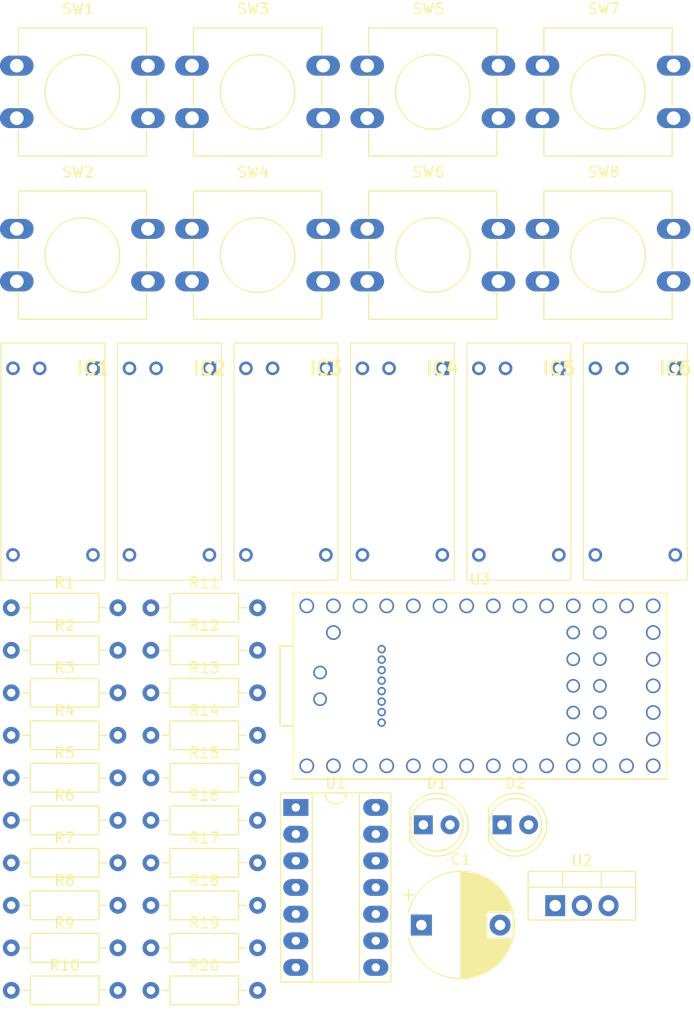
<source format=kicad_pcb>
(kicad_pcb (version 20240108) (generator "pcbnew") (generator_version "8.0")
  (layers (0 "F.Cu" signal) (31 "B.Cu" signal) (34 "B.Paste" user) (35 "F.Paste" user) (36 "B.SilkS" user "B.Silkscreen") (37 "F.SilkS" user "F.Silkscreen") (38 "B.Mask" user) (39 "F.Mask" user) (44 "Edge.Cuts" user))
  (net 0 "")
  (net 1 "LED strip GND")
  (net 2 "LED strip 5V")
  (net 3 "Net-(D1-K)")
  (net 4 "Net-(D2-K)")
  (net 5 "+12V")
  (net 6 "FRONT LEFT +")
  (net 7 "LED front L")
  (net 8 "FRONT LEFT -")
  (net 9 "GND1")
  (net 10 "LED front R")
  (net 11 "FRONT RIGHT -")
  (net 12 "FRONT RIGHT +")
  (net 13 "REAR +")
  (net 14 "REAR -")
  (net 15 "LED rear")
  (net 16 "BREAK +")
  (net 17 "LED break")
  (net 18 "BREAK -")
  (net 19 "BLINK L")
  (net 20 "BLINK L +")
  (net 21 "BLINK L -")
  (net 22 "BLINK R -")
  (net 23 "BLINK R")
  (net 24 "BLINK R +")
  (net 25 "Power meter")
  (net 26 "Net-(U3-20_A6_TX5_LRCLK1)")
  (net 27 "Net-(J3-Pin_3)")
  (net 28 "Net-(J3-Pin_2)")
  (net 29 "Net-(U3-19_A5_SCL0)")
  (net 30 "Net-(U3-18_A4_SDA0)")
  (net 31 "Net-(J3-Pin_1)")
  (net 32 "+3.3V")
  (net 33 "Net-(U3-22_A8_CTX1)")
  (net 34 "Net-(J3-Pin_5)")
  (net 35 "Net-(J3-Pin_6)")
  (net 36 "Net-(U3-23_A9_CRX1_MCLK1)")
  (net 37 "Net-(J4-Pin_3)")
  (net 38 "Net-(R11-Pad2)")
  (net 39 "Net-(R12-Pad2)")
  (net 40 "Net-(R17-Pad1)")
  (net 41 "Net-(R17-Pad2)")
  (net 42 "Net-(J4-Pin_1)")
  (net 43 "Net-(J1.out1-Pin_6)")
  (net 44 "Net-(J1.out1-Pin_5)")
  (net 45 "Net-(J4-Pin_2)")
  (net 48 "LED strip L")
  (net 49 "Net-(U1-1A)")
  (net 50 "Net-(U1-2A)")
  (net 51 "LED strip R")
  (net 62 "Net-(J2-Pin_1)")
  (net 64 "Net-(BT1-+)")
  (net 67 "Net-(J3-Pin_8)")
  (net 90 "Power OFF")
  (net 91 "Net-(J1-Pin_3)")
  (net 92 "Net-(J1-Pin_4)")
  (footprint "Resistor_THT:R_Axial_DIN0207_L6.3mm_D2.5mm_P10.16mm_Horizontal" (layer "F.Cu") (at 70.08 96.77)
    (property "Reference" "R4" (at 5.08 -2.37 0) (layer "F.SilkS"))
    (property "Value" "100k")
    (pad "1" thru_hole circle (at 0 0) (size 1.6 1.6) (drill 0.8) (layers "*.Cu" "*.Mask") (net 29 "Net-(U3-19_A5_SCL0)"))
    (pad "2" thru_hole oval (at 10.16 0) (size 1.6 1.6) (drill 0.8) (layers "*.Cu" "*.Mask") (net 28 "Net-(J3-Pin_2)"))
  )
  (footprint "Resistor_THT:R_Axial_DIN0207_L6.3mm_D2.5mm_P10.16mm_Horizontal" (layer "F.Cu") (at 70.08 112.97)
    (property "Reference" "R8" (at 5.08 -2.37 0) (layer "F.SilkS"))
    (property "Value" "220k")
    (pad "1" thru_hole circle (at 0 0) (size 1.6 1.6) (drill 0.8) (layers "*.Cu" "*.Mask") (net 27 "Net-(J3-Pin_3)"))
    (pad "2" thru_hole oval (at 10.16 0) (size 1.6 1.6) (drill 0.8) (layers "*.Cu" "*.Mask") (net 32 "+3.3V"))
  )
  (footprint "Resistor_THT:R_Axial_DIN0207_L6.3mm_D2.5mm_P10.16mm_Horizontal" (layer "F.Cu") (at 83.39 100.82)
    (property "Reference" "R15" (at 5.08 -2.37 0) (layer "F.SilkS"))
    (property "Value" "47k")
    (pad "1" thru_hole circle (at 0 0) (size 1.6 1.6) (drill 0.8) (layers "*.Cu" "*.Mask") (net 1 "LED strip GND"))
    (pad "2" thru_hole oval (at 10.16 0) (size 1.6 1.6) (drill 0.8) (layers "*.Cu" "*.Mask") (net 15 "LED rear"))
  )
  (footprint "Resistor_THT:R_Axial_DIN0207_L6.3mm_D2.5mm_P10.16mm_Horizontal" (layer "F.Cu") (at 70.08 84.62)
    (property "Reference" "R1" (at 5.08 -2.37 0) (layer "F.SilkS"))
    (property "Value" "4M")
    (pad "1" thru_hole circle (at 0 0) (size 1.6 1.6) (drill 0.8) (layers "*.Cu" "*.Mask") (net 5 "+12V"))
    (pad "2" thru_hole oval (at 10.16 0) (size 1.6 1.6) (drill 0.8) (layers "*.Cu" "*.Mask") (net 25 "Power meter"))
  )
  (footprint "Button_Switch_THT:SW_PUSH-12mm" (layer "F.Cu") (at 87.305 48.52)
    (property "Reference" "SW4" (at 5.83 -5.41 0) (layer "F.SilkS"))
    (property "Value" "Up (lights)")
    (pad "1" thru_hole oval (at 0 0) (size 3.2 1.9) (drill 1.3) (layers "*.Cu" "*.Mask") (net 39 "Net-(R12-Pad2)"))
    (pad "1" thru_hole oval (at 12.5 0) (size 3.2 1.9) (drill 1.3) (layers "*.Cu" "*.Mask") (net 39 "Net-(R12-Pad2)"))
    (pad "2" thru_hole oval (at 0 5) (size 3.2 1.9) (drill 1.3) (layers "*.Cu" "*.Mask") (net 1 "LED strip GND"))
    (pad "2" thru_hole oval (at 12.5 5) (size 3.2 1.9) (drill 1.3) (layers "*.Cu" "*.Mask") (net 1 "LED strip GND"))
  )
  (footprint "Button_Switch_THT:SW_PUSH-12mm" (layer "F.Cu") (at 120.705 48.52)
    (property "Reference" "SW8" (at 5.83 -5.41 0) (layer "F.SilkS"))
    (property "Value" "Right")
    (pad "1" thru_hole oval (at 0 0) (size 3.2 1.9) (drill 1.3) (layers "*.Cu" "*.Mask") (net 42 "Net-(J4-Pin_1)"))
    (pad "1" thru_hole oval (at 12.5 0) (size 3.2 1.9) (drill 1.3) (layers "*.Cu" "*.Mask") (net 42 "Net-(J4-Pin_1)"))
    (pad "2" thru_hole oval (at 0 5) (size 3.2 1.9) (drill 1.3) (layers "*.Cu" "*.Mask") (net 1 "LED strip GND"))
    (pad "2" thru_hole oval (at 12.5 5) (size 3.2 1.9) (drill 1.3) (layers "*.Cu" "*.Mask") (net 1 "LED strip GND"))
  )
  (footprint "Button_Switch_THT:SW_PUSH-12mm" (layer "F.Cu") (at 87.305 32.97)
    (property "Reference" "SW3" (at 5.83 -5.41 0) (layer "F.SilkS"))
    (property "Value" "Down (lights)")
    (pad "1" thru_hole oval (at 0 0) (size 3.2 1.9) (drill 1.3) (layers "*.Cu" "*.Mask") (net 38 "Net-(R11-Pad2)"))
    (pad "1" thru_hole oval (at 12.5 0) (size 3.2 1.9) (drill 1.3) (layers "*.Cu" "*.Mask") (net 38 "Net-(R11-Pad2)"))
    (pad "2" thru_hole oval (at 0 5) (size 3.2 1.9) (drill 1.3) (layers "*.Cu" "*.Mask") (net 1 "LED strip GND"))
    (pad "2" thru_hole oval (at 12.5 5) (size 3.2 1.9) (drill 1.3) (layers "*.Cu" "*.Mask") (net 1 "LED strip GND"))
  )
  (footprint "LDD:LDD-XXXL" (layer "F.Cu") (at 122.265 61.805)
    (property "Reference" "IC5" (at 0 0 0) (layer "F.SilkS") (effects (font (size 1.27 1.27) (thickness 0.254))))
    (property "Value" "LDD-700L" (hide yes))
    (pad "1" thru_hole rect (at 0 0) (size 1.3 1.3) (drill 0.8) (layers "*.Cu" "*.Mask") (net 5 "+12V"))
    (pad "3" thru_hole circle (at -5.08 0) (size 1.3 1.3) (drill 0.8) (layers "*.Cu" "*.Mask") (net 19 "BLINK L"))
    (pad "4" thru_hole circle (at -7.62 0) (size 1.3 1.3) (drill 0.8) (layers "*.Cu" "*.Mask") (net 9 "GND1"))
    (pad "5" thru_hole circle (at -7.62 17.78) (size 1.3 1.3) (drill 0.8) (layers "*.Cu" "*.Mask") (net 21 "BLINK L -"))
    (pad "6" thru_hole circle (at 0 17.78) (size 1.3 1.3) (drill 0.8) (layers "*.Cu" "*.Mask") (net 20 "BLINK L +"))
  )
  (footprint "Button_Switch_THT:SW_PUSH-12mm" (layer "F.Cu") (at 104.005 48.52)
    (property "Reference" "SW6" (at 5.83 -5.41 0) (layer "F.SilkS"))
    (property "Value" "Horn")
    (pad "1" thru_hole oval (at 0 0) (size 3.2 1.9) (drill 1.3) (layers "*.Cu" "*.Mask") (net 40 "Net-(R17-Pad1)"))
    (pad "1" thru_hole oval (at 12.5 0) (size 3.2 1.9) (drill 1.3) (layers "*.Cu" "*.Mask") (net 40 "Net-(R17-Pad1)"))
    (pad "2" thru_hole oval (at 0 5) (size 3.2 1.9) (drill 1.3) (layers "*.Cu" "*.Mask") (net 1 "LED strip GND"))
    (pad "2" thru_hole oval (at 12.5 5) (size 3.2 1.9) (drill 1.3) (layers "*.Cu" "*.Mask") (net 1 "LED strip GND"))
  )
  (footprint "Button_Switch_THT:SW_PUSH-12mm" (layer "F.Cu") (at 70.605 32.97)
    (property "Reference" "SW1" (at 5.83 -5.41 0) (layer "F.SilkS"))
    (property "Value" "On / Off switch")
    (pad "1" thru_hole oval (at 0 0) (size 3.2 1.9) (drill 1.3) (layers "*.Cu" "*.Mask") (net 43 "Net-(J1.out1-Pin_6)"))
    (pad "1" thru_hole oval (at 12.5 0) (size 3.2 1.9) (drill 1.3) (layers "*.Cu" "*.Mask") (net 43 "Net-(J1.out1-Pin_6)"))
    (pad "2" thru_hole oval (at 0 5) (size 3.2 1.9) (drill 1.3) (layers "*.Cu" "*.Mask") (net 44 "Net-(J1.out1-Pin_5)"))
    (pad "2" thru_hole oval (at 12.5 5) (size 3.2 1.9) (drill 1.3) (layers "*.Cu" "*.Mask") (net 44 "Net-(J1.out1-Pin_5)"))
  )
  (footprint "Package_TO_SOT_THT:TO-220-3_Vertical" (layer "F.Cu") (at 121.92 113)
    (property "Reference" "U2" (at 2.54 -4.27 0) (layer "F.SilkS"))
    (property "Value" "LC78_05 2.0")
    (pad "1" thru_hole rect (at 0 0) (size 1.905 2) (drill 1.1) (layers "*.Cu" "*.Mask") (net 5 "+12V"))
    (pad "2" thru_hole oval (at 2.54 0) (size 1.905 2) (drill 1.1) (layers "*.Cu" "*.Mask") (net 1 "LED strip GND"))
    (pad "3" thru_hole oval (at 5.08 0) (size 1.905 2) (drill 1.1) (layers "*.Cu" "*.Mask") (net 2 "LED strip 5V"))
  )
  (footprint "Resistor_THT:R_Axial_DIN0207_L6.3mm_D2.5mm_P10.16mm_Horizontal" (layer "F.Cu") (at 70.08 88.67)
    (property "Reference" "R2" (at 5.08 -2.37 0) (layer "F.SilkS"))
    (property "Value" "1M")
    (pad "1" thru_hole circle (at 0 0) (size 1.6 1.6) (drill 0.8) (layers "*.Cu" "*.Mask") (net 25 "Power meter"))
    (pad "2" thru_hole oval (at 10.16 0) (size 1.6 1.6) (drill 0.8) (layers "*.Cu" "*.Mask") (net 1 "LED strip GND"))
  )
  (footprint "Resistor_THT:R_Axial_DIN0207_L6.3mm_D2.5mm_P10.16mm_Horizontal" (layer "F.Cu") (at 70.08 117.02)
    (property "Reference" "R9" (at 5.08 -2.37 0) (layer "F.SilkS"))
    (property "Value" "220")
    (pad "1" thru_hole circle (at 0 0) (size 1.6 1.6) (drill 0.8) (layers "*.Cu" "*.Mask") (net 33 "Net-(U3-22_A8_CTX1)"))
    (pad "2" thru_hole oval (at 10.16 0) (size 1.6 1.6) (drill 0.8) (layers "*.Cu" "*.Mask") (net 34 "Net-(J3-Pin_5)"))
  )
  (footprint "LDD:LDD-XXXL" (layer "F.Cu") (at 133.365 61.805)
    (property "Reference" "IC6" (at 0 0 0) (layer "F.SilkS") (effects (font (size 1.27 1.27) (thickness 0.254))))
    (property "Value" "LDD-700L" (hide yes))
    (pad "1" thru_hole rect (at 0 0) (size 1.3 1.3) (drill 0.8) (layers "*.Cu" "*.Mask") (net 5 "+12V"))
    (pad "3" thru_hole circle (at -5.08 0) (size 1.3 1.3) (drill 0.8) (layers "*.Cu" "*.Mask") (net 23 "BLINK R"))
    (pad "4" thru_hole circle (at -7.62 0) (size 1.3 1.3) (drill 0.8) (layers "*.Cu" "*.Mask") (net 9 "GND1"))
    (pad "5" thru_hole circle (at -7.62 17.78) (size 1.3 1.3) (drill 0.8) (layers "*.Cu" "*.Mask") (net 22 "BLINK R -"))
    (pad "6" thru_hole circle (at 0 17.78) (size 1.3 1.3) (drill 0.8) (layers "*.Cu" "*.Mask") (net 24 "BLINK R +"))
  )
  (footprint "LED_THT:LED_D5.0mm_Clear" (layer "F.Cu") (at 109.35 105.3)
    (property "Reference" "D1" (at 1.27 -3.96 0) (layer "F.SilkS"))
    (property "Value" "LEFT")
    (pad "1" thru_hole rect (at 0 0) (size 1.8 1.8) (drill 0.9) (layers "*.Cu" "*.Mask") (net 3 "Net-(D1-K)"))
    (pad "2" thru_hole circle (at 2.54 0) (size 1.8 1.8) (drill 0.9) (layers "*.Cu" "*.Mask") (net 1 "LED strip GND"))
  )
  (footprint "Resistor_THT:R_Axial_DIN0207_L6.3mm_D2.5mm_P10.16mm_Horizontal" (layer "F.Cu") (at 70.08 121.07)
    (property "Reference" "R10" (at 5.08 -2.37 0) (layer "F.SilkS"))
    (property "Value" "220")
    (pad "1" thru_hole circle (at 0 0) (size 1.6 1.6) (drill 0.8) (layers "*.Cu" "*.Mask") (net 36 "Net-(U3-23_A9_CRX1_MCLK1)"))
    (pad "2" thru_hole oval (at 10.16 0) (size 1.6 1.6) (drill 0.8) (layers "*.Cu" "*.Mask") (net 35 "Net-(J3-Pin_6)"))
  )
  (footprint "Teensy:Teensy40_SMT" (layer "F.Cu") (at 114.75 92.06)
    (property "Reference" "U3" (at 0 -10.16 0) (layer "F.SilkS"))
    (property "Value" "Teensy4.0")
    (pad "1" thru_hole circle (at -16.51 7.62) (size 1.404 1.404) (drill 1.1) (layers "*.Cu" "*.Mask") (net 1 "LED strip GND"))
    (pad "2" thru_hole circle (at -13.97 7.62) (size 1.404 1.404) (drill 1.1) (layers "*.Cu" "*.Mask"))
    (pad "3" thru_hole circle (at -11.43 7.62) (size 1.404 1.404) (drill 1.1) (layers "*.Cu" "*.Mask"))
    (pad "4" thru_hole circle (at -8.89 7.62) (size 1.404 1.404) (drill 1.1) (layers "*.Cu" "*.Mask") (net 49 "Net-(U1-1A)"))
    (pad "5" thru_hole circle (at -6.35 7.62) (size 1.404 1.404) (drill 1.1) (layers "*.Cu" "*.Mask") (net 50 "Net-(U1-2A)"))
    (pad "6" thru_hole circle (at -3.81 7.62) (size 1.404 1.404) (drill 1.1) (layers "*.Cu" "*.Mask") (net 62 "Net-(J2-Pin_1)"))
    (pad "7" thru_hole circle (at -1.27 7.62) (size 1.404 1.404) (drill 1.1) (layers "*.Cu" "*.Mask") (net 90 "Power OFF"))
    (pad "8" thru_hole circle (at 1.27 7.62) (size 1.404 1.404) (drill 1.1) (layers "*.Cu" "*.Mask"))
    (pad "9" thru_hole circle (at 3.81 7.62) (size 1.404 1.404) (drill 1.1) (layers "*.Cu" "*.Mask") (net 25 "Power meter"))
    (pad "10" thru_hole circle (at 6.35 7.62) (size 1.404 1.404) (drill 1.1) (layers "*.Cu" "*.Mask") (net 7 "LED front L"))
    (pad "11" thru_hole circle (at 8.89 7.62) (size 1.404 1.404) (drill 1.1) (layers "*.Cu" "*.Mask") (net 10 "LED front R"))
    (pad "12" thru_hole circle (at 11.43 7.62) (size 1.404 1.404) (drill 1.1) (layers "*.Cu" "*.Mask") (net 15 "LED rear"))
    (pad "13" thru_hole circle (at 13.97 7.62) (size 1.404 1.404) (drill 1.1) (layers "*.Cu" "*.Mask") (net 17 "LED break"))
    (pad "14" thru_hole circle (at 16.51 7.62) (size 1.404 1.404) (drill 1.1) (layers "*.Cu" "*.Mask"))
    (pad "15" thru_hole circle (at 16.51 5.08) (size 1.404 1.404) (drill 1.1) (layers "*.Cu" "*.Mask") (net 64 "Net-(BT1-+)"))
    (pad "16" thru_hole circle (at 16.51 2.54) (size 1.404 1.404) (drill 1.1) (layers "*.Cu" "*.Mask"))
    (pad "17" thru_hole circle (at 16.51 0) (size 1.404 1.404) (drill 1.1) (layers "*.Cu" "*.Mask"))
    (pad "18" thru_hole circle (at 16.51 -2.54) (size 1.404 1.404) (drill 1.1) (layers "*.Cu" "*.Mask"))
    (pad "19" thru_hole circle (at 16.51 -5.08) (size 1.404 1.404) (drill 1.1) (layers "*.Cu" "*.Mask"))
    (pad "20" thru_hole circle (at 16.51 -7.62) (size 1.404 1.404) (drill 1.1) (layers "*.Cu" "*.Mask"))
    (pad "21" thru_hole circle (at 13.97 -7.62) (size 1.404 1.404) (drill 1.1) (layers "*.Cu" "*.Mask"))
    (pad "22" thru_hole circle (at 11.43 -7.62) (size 1.404 1.404) (drill 1.1) (layers "*.Cu" "*.Mask"))
    (pad "23" thru_hole circle (at 8.89 -7.62) (size 1.404 1.404) (drill 1.1) (layers "*.Cu" "*.Mask") (net 91 "Net-(J1-Pin_3)"))
    (pad "24" thru_hole circle (at 6.35 -7.62) (size 1.404 1.404) (drill 1.1) (layers "*.Cu" "*.Mask") (net 92 "Net-(J1-Pin_4)"))
    (pad "25" thru_hole circle (at 3.81 -7.62) (size 1.404 1.404) (drill 1.1) (layers "*.Cu" "*.Mask") (net 30 "Net-(U3-18_A4_SDA0)"))
    (pad "26" thru_hole circle (at 1.27 -7.62) (size 1.404 1.404) (drill 1.1) (layers "*.Cu" "*.Mask") (net 29 "Net-(U3-19_A5_SCL0)"))
    (pad "27" thru_hole circle (at -1.27 -7.62) (size 1.404 1.404) (drill 1.1) (layers "*.Cu" "*.Mask") (net 26 "Net-(U3-20_A6_TX5_LRCLK1)"))
    (pad "28" thru_hole circle (at -3.81 -7.62) (size 1.404 1.404) (drill 1.1) (layers "*.Cu" "*.Mask"))
    (pad "29" thru_hole circle (at -6.35 -7.62) (size 1.404 1.404) (drill 1.1) (layers "*.Cu" "*.Mask") (net 33 "Net-(U3-22_A8_CTX1)"))
    (pad "30" thru_hole circle (at -8.89 -7.62) (size 1.404 1.404) (drill 1.1) (layers "*.Cu" "*.Mask") (net 36 "Net-(U3-23_A9_CRX1_MCLK1)"))
    (pad "31" thru_hole circle (at -11.43 -7.62) (size 1.404 1.404) (drill 1.1) (layers "*.Cu" "*.Mask") (net 32 "+3.3V"))
    (pad "32" thru_hole circle (at -13.97 -7.62) (size 1.404 1.404) (drill 1.1) (layers "*.Cu" "*.Mask") (net 67 "Net-(J3-Pin_8)"))
    (pad "33" thru_hole circle (at -16.51 -7.62) (size 1.404 1.404) (drill 1.1) (layers "*.Cu" "*.Mask") (net 2 "LED strip 5V"))
    (pad "34" thru_hole circle (at -13.97 -5.08) (size 1.404 1.404) (drill 1.1) (layers "*.Cu" "*.Mask"))
    (pad "35" thru_hole circle (at 11.43 -5.08) (size 1.304 1.304) (drill 1) (layers "*.Cu" "*.Mask"))
    (pad "36" thru_hole circle (at 8.89 -5.08) (size 1.304 1.304) (drill 1) (layers "*.Cu" "*.Mask"))
    (pad "37" thru_hole circle (at 11.43 -2.54) (size 1.304 1.304) (drill 1) (layers "*.Cu" "*.Mask"))
    (pad "38" thru_hole circle (at 8.89 -2.54) (size 1.304 1.304) (drill 1) (layers "*.Cu" "*.Mask"))
    (pad "39" thru_hole circle (at 11.43 0) (size 1.304 1.304) (drill 1) (layers "*.Cu" "*.Mask"))
    (pad "40" thru_hole circle (at 8.89 0) (size 1.304 1.304) (drill 1) (layers "*.Cu" "*.Mask"))
    (pad "41" thru_hole circle (at 11.43 2.54) (size 1.304 1.304) (drill 1) (layers "*.Cu" "*.Mask"))
    (pad "42" thru_hole circle (at 8.89 2.54) (size 1.304 1.304) (drill 1) (layers "*.Cu" "*.Mask"))
    (pad "43" thru_hole circle (at 11.43 5.08) (size 1.304 1.304) (drill 1) (layers "*.Cu" "*.Mask"))
    (pad "44" thru_hole circle (at 8.89 5.08) (size 1.304 1.304) (drill 1) (layers "*.Cu" "*.Mask"))
    (pad "45" thru_hole circle (at -9.3716 -3.5) (size 0.804 0.804) (drill 0.5) (layers "*.Cu" "*.Mask"))
    (pad "46" thru_hole circle (at -9.3716 -2.5) (size 0.804 0.804) (drill 0.5) (layers "*.Cu" "*.Mask"))
    (pad "47" thru_hole circle (at -9.3716 -1.5) (size 0.804 0.804) (drill 0.5) (layers "*.Cu" "*.Mask"))
    (pad "48" thru_hole circle (at -9.3716 -0.5) (size 0.804 0.804) (drill 0.5) (layers "*.Cu" "*.Mask"))
    (pad "49" thru_hole circle (at -9.3716 0.5) (size 0.804 0.804) (drill 0.5) (layers "*.Cu" "*.Mask"))
    (pad "50" thru_hole circle (at -9.3716 1.5) (size 0.804 0.804) (drill 0.5) (layers "*.Cu" "*.Mask"))
    (pad "51" thru_hole circle (at -9.3716 2.5) (size 0.804 0.804) (drill 0.5) (layers "*.Cu" "*.Mask"))
    (pad "52" thru_hole circle (at -9.3716 3.5) (size 0.804 0.804) (drill 0.5) (layers "*.Cu" "*.Mask"))
    (pad "53" thru_hole circle (at -15.24 -1.27) (size 1.304 1.304) (drill 1) (layers "*.Cu" "*.Mask"))
    (pad "54" thru_hole circle (at -15.24 1.27) (size 1.304 1.304) (drill 1) (layers "*.Cu" "*.Mask"))
  )
  (footprint "Resistor_THT:R_Axial_DIN0207_L6.3mm_D2.5mm_P10.16mm_Horizontal" (layer "F.Cu") (at 70.08 104.87)
    (property "Reference" "R6" (at 5.08 -2.37 0) (layer "F.SilkS"))
    (property "Value" "220k")
    (pad "1" thru_hole circle (at 0 0) (size 1.6 1.6) (drill 0.8) (layers "*.Cu" "*.Mask") (net 31 "Net-(J3-Pin_1)"))
    (pad "2" thru_hole oval (at 10.16 0) (size 1.6 1.6) (drill 0.8) (layers "*.Cu" "*.Mask") (net 32 "+3.3V"))
  )
  (footprint "Button_Switch_THT:SW_PUSH-12mm" (layer "F.Cu") (at 104.005 32.97)
    (property "Reference" "SW5" (at 5.83 -5.41 0) (layer "F.SilkS"))
    (property "Value" "Brake")
    (pad "1" thru_hole oval (at 0 0) (size 3.2 1.9) (drill 1.3) (layers "*.Cu" "*.Mask") (net 45 "Net-(J4-Pin_2)"))
    (pad "1" thru_hole oval (at 12.5 0) (size 3.2 1.9) (drill 1.3) (layers "*.Cu" "*.Mask") (net 45 "Net-(J4-Pin_2)"))
    (pad "2" thru_hole oval (at 0 5) (size 3.2 1.9) (drill 1.3) (layers "*.Cu" "*.Mask") (net 1 "LED strip GND"))
    (pad "2" thru_hole oval (at 12.5 5) (size 3.2 1.9) (drill 1.3) (layers "*.Cu" "*.Mask") (net 1 "LED strip GND"))
  )
  (footprint "Resistor_THT:R_Axial_DIN0207_L6.3mm_D2.5mm_P10.16mm_Horizontal" (layer "F.Cu") (at 83.39 121.07)
    (property "Reference" "R20" (at 5.08 -2.37 0) (layer "F.SilkS"))
    (property "Value" "47k")
    (pad "1" thru_hole circle (at 0 0) (size 1.6 1.6) (drill 0.8) (layers "*.Cu" "*.Mask") (net 1 "LED strip GND"))
    (pad "2" thru_hole oval (at 10.16 0) (size 1.6 1.6) (drill 0.8) (layers "*.Cu" "*.Mask") (net 23 "BLINK R"))
  )
  (footprint "Button_Switch_THT:SW_PUSH-12mm" (layer "F.Cu") (at 70.605 48.52)
    (property "Reference" "SW2" (at 5.83 -5.41 0) (layer "F.SilkS"))
    (property "Value" "Left")
    (pad "1" thru_hole oval (at 0 0) (size 3.2 1.9) (drill 1.3) (layers "*.Cu" "*.Mask") (net 37 "Net-(J4-Pin_3)"))
    (pad "1" thru_hole oval (at 12.5 0) (size 3.2 1.9) (drill 1.3) (layers "*.Cu" "*.Mask") (net 37 "Net-(J4-Pin_3)"))
    (pad "2" thru_hole oval (at 0 5) (size 3.2 1.9) (drill 1.3) (layers "*.Cu" "*.Mask") (net 1 "LED strip GND"))
    (pad "2" thru_hole oval (at 12.5 5) (size 3.2 1.9) (drill 1.3) (layers "*.Cu" "*.Mask") (net 1 "LED strip GND"))
  )
  (footprint "LDD:LDD-XXXL" (layer "F.Cu") (at 77.865 61.805)
    (property "Reference" "IC1" (at 0 0 0) (layer "F.SilkS") (effects (font (size 1.27 1.27) (thickness 0.254))))
    (property "Value" "LDD-700L" (hide yes))
    (pad "1" thru_hole rect (at 0 0) (size 1.3 1.3) (drill 0.8) (layers "*.Cu" "*.Mask") (net 5 "+12V"))
    (pad "3" thru_hole circle (at -5.08 0) (size 1.3 1.3) (drill 0.8) (layers "*.Cu" "*.Mask") (net 7 "LED front L"))
    (pad "4" thru_hole circle (at -7.62 0) (size 1.3 1.3) (drill 0.8) (layers "*.Cu" "*.Mask") (net 9 "GND1"))
    (pad "5" thru_hole circle (at -7.62 17.78) (size 1.3 1.3) (drill 0.8) (layers "*.Cu" "*.Mask") (net 8 "FRONT LEFT -"))
    (pad "6" thru_hole circle (at 0 17.78) (size 1.3 1.3) (drill 0.8) (layers "*.Cu" "*.Mask") (net 6 "FRONT LEFT +"))
  )
  (footprint "Resistor_THT:R_Axial_DIN0207_L6.3mm_D2.5mm_P10.16mm_Horizontal" (layer "F.Cu") (at 70.08 100.82)
    (property "Reference" "R5" (at 5.08 -2.37 0) (layer "F.SilkS"))
    (property "Value" "100k")
    (pad "1" thru_hole circle (at 0 0) (size 1.6 1.6) (drill 0.8) (layers "*.Cu" "*.Mask") (net 30 "Net-(U3-18_A4_SDA0)"))
    (pad "2" thru_hole oval (at 10.16 0) (size 1.6 1.6) (drill 0.8) (layers "*.Cu" "*.Mask") (net 31 "Net-(J3-Pin_1)"))
  )
  (footprint "Resistor_THT:R_Axial_DIN0207_L6.3mm_D2.5mm_P10.16mm_Horizontal" (layer "F.Cu") (at 83.39 88.67)
    (property "Reference" "R12" (at 5.08 -2.37 0) (layer "F.SilkS"))
    (property "Value" "100k")
    (pad "1" thru_hole circle (at 0 0) (size 1.6 1.6) (drill 0.8) (layers "*.Cu" "*.Mask") (net 38 "Net-(R11-Pad2)"))
    (pad "2" thru_hole oval (at 10.16 0) (size 1.6 1.6) (drill 0.8) (layers "*.Cu" "*.Mask") (net 39 "Net-(R12-Pad2)"))
  )
  (footprint "Resistor_THT:R_Axial_DIN0207_L6.3mm_D2.5mm_P10.16mm_Horizontal" (layer "F.Cu") (at 70.08 92.72)
    (property "Reference" "R3" (at 5.08 -2.37 0) (layer "F.SilkS"))
    (property "Value" "100k")
    (pad "1" thru_hole circle (at 0 0) (size 1.6 1.6) (drill 0.8) (layers "*.Cu" "*.Mask") (net 27 "Net-(J3-Pin_3)"))
    (pad "2" thru_hole oval (at 10.16 0) (size 1.6 1.6) (drill 0.8) (layers "*.Cu" "*.Mask") (net 26 "Net-(U3-20_A6_TX5_LRCLK1)"))
  )
  (footprint "Resistor_THT:R_Axial_DIN0207_L6.3mm_D2.5mm_P10.16mm_Horizontal" (layer "F.Cu") (at 83.39 84.62)
    (property "Reference" "R11" (at 5.08 -2.37 0) (layer "F.SilkS"))
    (property "Value" "100k")
    (pad "1" thru_hole circle (at 0 0) (size 1.6 1.6) (drill 0.8) (layers "*.Cu" "*.Mask") (net 37 "Net-(J4-Pin_3)"))
    (pad "2" thru_hole oval (at 10.16 0) (size 1.6 1.6) (drill 0.8) (layers "*.Cu" "*.Mask") (net 38 "Net-(R11-Pad2)"))
  )
  (footprint "LED_THT:LED_D5.0mm_Clear" (layer "F.Cu") (at 116.85 105.3)
    (property "Reference" "D2" (at 1.27 -3.96 0) (layer "F.SilkS"))
    (property "Value" "RIGHT")
    (pad "1" thru_hole rect (at 0 0) (size 1.8 1.8) (drill 0.9) (layers "*.Cu" "*.Mask") (net 4 "Net-(D2-K)"))
    (pad "2" thru_hole circle (at 2.54 0) (size 1.8 1.8) (drill 0.9) (layers "*.Cu" "*.Mask") (net 1 "LED strip GND"))
  )
  (footprint "Resistor_THT:R_Axial_DIN0207_L6.3mm_D2.5mm_P10.16mm_Horizontal" (layer "F.Cu") (at 83.39 117.02)
    (property "Reference" "R19" (at 5.08 -2.37 0) (layer "F.SilkS"))
    (property "Value" "47k")
    (pad "1" thru_hole circle (at 0 0) (size 1.6 1.6) (drill 0.8) (layers "*.Cu" "*.Mask") (net 1 "LED strip GND"))
    (pad "2" thru_hole oval (at 10.16 0) (size 1.6 1.6) (drill 0.8) (layers "*.Cu" "*.Mask") (net 19 "BLINK L"))
  )
  (footprint "Resistor_THT:R_Axial_DIN0207_L6.3mm_D2.5mm_P10.16mm_Horizontal" (layer "F.Cu") (at 70.08 108.92)
    (property "Reference" "R7" (at 5.08 -2.37 0) (layer "F.SilkS"))
    (property "Value" "220k")
    (pad "1" thru_hole circle (at 0 0) (size 1.6 1.6) (drill 0.8) (layers "*.Cu" "*.Mask") (net 28 "Net-(J3-Pin_2)"))
    (pad "2" thru_hole oval (at 10.16 0) (size 1.6 1.6) (drill 0.8) (layers "*.Cu" "*.Mask") (net 32 "+3.3V"))
  )
  (footprint "Package_DIP:DIP-14_W7.62mm_Socket_LongPads" (layer "F.Cu") (at 97.2 103.65)
    (property "Reference" "U1" (at 3.81 -2.33 0) (layer "F.SilkS"))
    (property "Value" "SN74AHCT125N")
    (pad "1" thru_hole rect (at 0 0) (size 2.4 1.6) (drill 0.8) (layers "*.Cu" "*.Mask") (net 1 "LED strip GND"))
    (pad "2" thru_hole oval (at 0 2.54) (size 2.4 1.6) (drill 0.8) (layers "*.Cu" "*.Mask") (net 49 "Net-(U1-1A)"))
    (pad "3" thru_hole oval (at 0 5.08) (size 2.4 1.6) (drill 0.8) (layers "*.Cu" "*.Mask") (net 48 "LED strip L"))
    (pad "4" thru_hole oval (at 0 7.62) (size 2.4 1.6) (drill 0.8) (layers "*.Cu" "*.Mask") (net 1 "LED strip GND"))
    (pad "5" thru_hole oval (at 0 10.16) (size 2.4 1.6) (drill 0.8) (layers "*.Cu" "*.Mask") (net 50 "Net-(U1-2A)"))
    (pad "6" thru_hole oval (at 0 12.7) (size 2.4 1.6) (drill 0.8) (layers "*.Cu" "*.Mask") (net 51 "LED strip R"))
    (pad "7" thru_hole oval (at 0 15.24) (size 2.4 1.6) (drill 0.8) (layers "*.Cu" "*.Mask") (net 1 "LED strip GND"))
    (pad "8" thru_hole oval (at 7.62 15.24) (size 2.4 1.6) (drill 0.8) (layers "*.Cu" "*.Mask"))
    (pad "9" thru_hole oval (at 7.62 12.7) (size 2.4 1.6) (drill 0.8) (layers "*.Cu" "*.Mask"))
    (pad "10" thru_hole oval (at 7.62 10.16) (size 2.4 1.6) (drill 0.8) (layers "*.Cu" "*.Mask"))
    (pad "11" thru_hole oval (at 7.62 7.62) (size 2.4 1.6) (drill 0.8) (layers "*.Cu" "*.Mask"))
    (pad "12" thru_hole oval (at 7.62 5.08) (size 2.4 1.6) (drill 0.8) (layers "*.Cu" "*.Mask"))
    (pad "13" thru_hole oval (at 7.62 2.54) (size 2.4 1.6) (drill 0.8) (layers "*.Cu" "*.Mask"))
    (pad "14" thru_hole oval (at 7.62 0) (size 2.4 1.6) (drill 0.8) (layers "*.Cu" "*.Mask") (net 2 "LED strip 5V"))
  )
  (footprint "Resistor_THT:R_Axial_DIN0207_L6.3mm_D2.5mm_P10.16mm_Horizontal" (layer "F.Cu") (at 83.39 108.92)
    (property "Reference" "R17" (at 5.08 -2.37 0) (layer "F.SilkS"))
    (property "Value" "100k")
    (pad "1" thru_hole circle (at 0 0) (size 1.6 1.6) (drill 0.8) (layers "*.Cu" "*.Mask") (net 40 "Net-(R17-Pad1)"))
    (pad "2" thru_hole oval (at 10.16 0) (size 1.6 1.6) (drill 0.8) (layers "*.Cu" "*.Mask") (net 41 "Net-(R17-Pad2)"))
  )
  (footprint "Resistor_THT:R_Axial_DIN0207_L6.3mm_D2.5mm_P10.16mm_Horizontal" (layer "F.Cu") (at 83.39 92.72)
    (property "Reference" "R13" (at 5.08 -2.37 0) (layer "F.SilkS"))
    (property "Value" "47k")
    (pad "1" thru_hole circle (at 0 0) (size 1.6 1.6) (drill 0.8) (layers "*.Cu" "*.Mask") (net 1 "LED strip GND"))
    (pad "2" thru_hole oval (at 10.16 0) (size 1.6 1.6) (drill 0.8) (layers "*.Cu" "*.Mask") (net 7 "LED front L"))
  )
  (footprint "LDD:LDD-XXXL" (layer "F.Cu") (at 100.065 61.805)
    (property "Reference" "IC3" (at 0 0 0) (layer "F.SilkS") (effects (font (size 1.27 1.27) (thickness 0.254))))
    (property "Value" "LDD-700L" (hide yes))
    (pad "1" thru_hole rect (at 0 0) (size 1.3 1.3) (drill 0.8) (layers "*.Cu" "*.Mask") (net 5 "+12V"))
    (pad "3" thru_hole circle (at -5.08 0) (size 1.3 1.3) (drill 0.8) (layers "*.Cu" "*.Mask") (net 15 "LED rear"))
    (pad "4" thru_hole circle (at -7.62 0) (size 1.3 1.3) (drill 0.8) (layers "*.Cu" "*.Mask") (net 9 "GND1"))
    (pad "5" thru_hole circle (at -7.62 17.78) (size 1.3 1.3) (drill 0.8) (layers "*.Cu" "*.Mask") (net 14 "REAR -"))
    (pad "6" thru_hole circle (at 0 17.78) (size 1.3 1.3) (drill 0.8) (layers "*.Cu" "*.Mask") (net 13 "REAR +"))
  )
  (footprint "Resistor_THT:R_Axial_DIN0207_L6.3mm_D2.5mm_P10.16mm_Horizontal" (layer "F.Cu") (at 83.39 104.87)
    (property "Reference" "R16" (at 5.08 -2.37 0) (layer "F.SilkS"))
    (property "Value" "47k")
    (pad "1" thru_hole circle (at 0 0) (size 1.6 1.6) (drill 0.8) (layers "*.Cu" "*.Mask") (net 1 "LED strip GND"))
    (pad "2" thru_hole oval (at 10.16 0) (size 1.6 1.6) (drill 0.8) (layers "*.Cu" "*.Mask") (net 17 "LED break"))
  )
  (footprint "LDD:LDD-XXXL" (layer "F.Cu") (at 111.165 61.805)
    (property "Reference" "IC4" (at 0 0 0) (layer "F.SilkS") (effects (font (size 1.27 1.27) (thickness 0.254))))
    (property "Value" "LDD-700L" (hide yes))
    (pad "1" thru_hole rect (at 0 0) (size 1.3 1.3) (drill 0.8) (layers "*.Cu" "*.Mask") (net 5 "+12V"))
    (pad "3" thru_hole circle (at -5.08 0) (size 1.3 1.3) (drill 0.8) (layers "*.Cu" "*.Mask") (net 17 "LED break"))
    (pad "4" thru_hole circle (at -7.62 0) (size 1.3 1.3) (drill 0.8) (layers "*.Cu" "*.Mask") (net 9 "GND1"))
    (pad "5" thru_hole circle (at -7.62 17.78) (size 1.3 1.3) (drill 0.8) (layers "*.Cu" "*.Mask") (net 18 "BREAK -"))
    (pad "6" thru_hole circle (at 0 17.78) (size 1.3 1.3) (drill 0.8) (layers "*.Cu" "*.Mask") (net 16 "BREAK +"))
  )
  (footprint "Resistor_THT:R_Axial_DIN0207_L6.3mm_D2.5mm_P10.16mm_Horizontal" (layer "F.Cu") (at 83.39 96.77)
    (property "Reference" "R14" (at 5.08 -2.37 0) (layer "F.SilkS"))
    (property "Value" "47k")
    (pad "1" thru_hole circle (at 0 0) (size 1.6 1.6) (drill 0.8) (layers "*.Cu" "*.Mask") (net 1 "LED strip GND"))
    (pad "2" thru_hole oval (at 10.16 0) (size 1.6 1.6) (drill 0.8) (layers "*.Cu" "*.Mask") (net 10 "LED front R"))
  )
  (footprint "LDD:LDD-XXXL" (layer "F.Cu") (at 88.965 61.805)
    (property "Reference" "IC2" (at 0 0 0) (layer "F.SilkS") (effects (font (size 1.27 1.27) (thickness 0.254))))
    (property "Value" "LDD-700L" (hide yes))
    (pad "1" thru_hole rect (at 0 0) (size 1.3 1.3) (drill 0.8) (layers "*.Cu" "*.Mask") (net 5 "+12V"))
    (pad "3" thru_hole circle (at -5.08 0) (size 1.3 1.3) (drill 0.8) (layers "*.Cu" "*.Mask") (net 10 "LED front R"))
    (pad "4" thru_hole circle (at -7.62 0) (size 1.3 1.3) (drill 0.8) (layers "*.Cu" "*.Mask") (net 9 "GND1"))
    (pad "5" thru_hole circle (at -7.62 17.78) (size 1.3 1.3) (drill 0.8) (layers "*.Cu" "*.Mask") (net 11 "FRONT RIGHT -"))
    (pad "6" thru_hole circle (at 0 17.78) (size 1.3 1.3) (drill 0.8) (layers "*.Cu" "*.Mask") (net 12 "FRONT RIGHT +"))
  )
  (footprint "Resistor_THT:R_Axial_DIN0207_L6.3mm_D2.5mm_P10.16mm_Horizontal" (layer "F.Cu") (at 83.39 112.97)
    (property "Reference" "R18" (at 5.08 -2.37 0) (layer "F.SilkS"))
    (property "Value" "100k")
    (pad "1" thru_hole circle (at 0 0) (size 1.6 1.6) (drill 0.8) (layers "*.Cu" "*.Mask") (net 41 "Net-(R17-Pad2)"))
    (pad "2" thru_hole oval (at 10.16 0) (size 1.6 1.6) (drill 0.8) (layers "*.Cu" "*.Mask") (net 42 "Net-(J4-Pin_1)"))
  )
  (footprint "Capacitor_THT:CP_Radial_D10.0mm_P7.50mm" (layer "F.Cu") (at 109.164646 114.85)
    (property "Reference" "C1" (at 3.75 -6.25 0) (layer "F.SilkS"))
    (property "Value" "22µF")
    (pad "1" thru_hole rect (at 0 0) (size 2 2) (drill 1) (layers "*.Cu" "*.Mask") (net 2 "LED strip 5V"))
    (pad "2" thru_hole circle (at 7.5 0) (size 2 2) (drill 1) (layers "*.Cu" "*.Mask") (net 1 "LED strip GND"))
  )
  (footprint "Button_Switch_THT:SW_PUSH-12mm" (layer "F.Cu") (at 120.705 32.97)
    (property "Reference" "SW7" (at 5.83 -5.41 0) (layer "F.SilkS"))
    (property "Value" "Display")
    (pad "1" thru_hole oval (at 0 0) (size 3.2 1.9) (drill 1.3) (layers "*.Cu" "*.Mask") (net 41 "Net-(R17-Pad2)"))
    (pad "1" thru_hole oval (at 12.5 0) (size 3.2 1.9) (drill 1.3) (layers "*.Cu" "*.Mask") (net 41 "Net-(R17-Pad2)"))
    (pad "2" thru_hole oval (at 0 5) (size 3.2 1.9) (drill 1.3) (layers "*.Cu" "*.Mask") (net 1 "LED strip GND"))
    (pad "2" thru_hole oval (at 12.5 5) (size 3.2 1.9) (drill 1.3) (layers "*.Cu" "*.Mask") (net 1 "LED strip GND"))
  )
)
</source>
